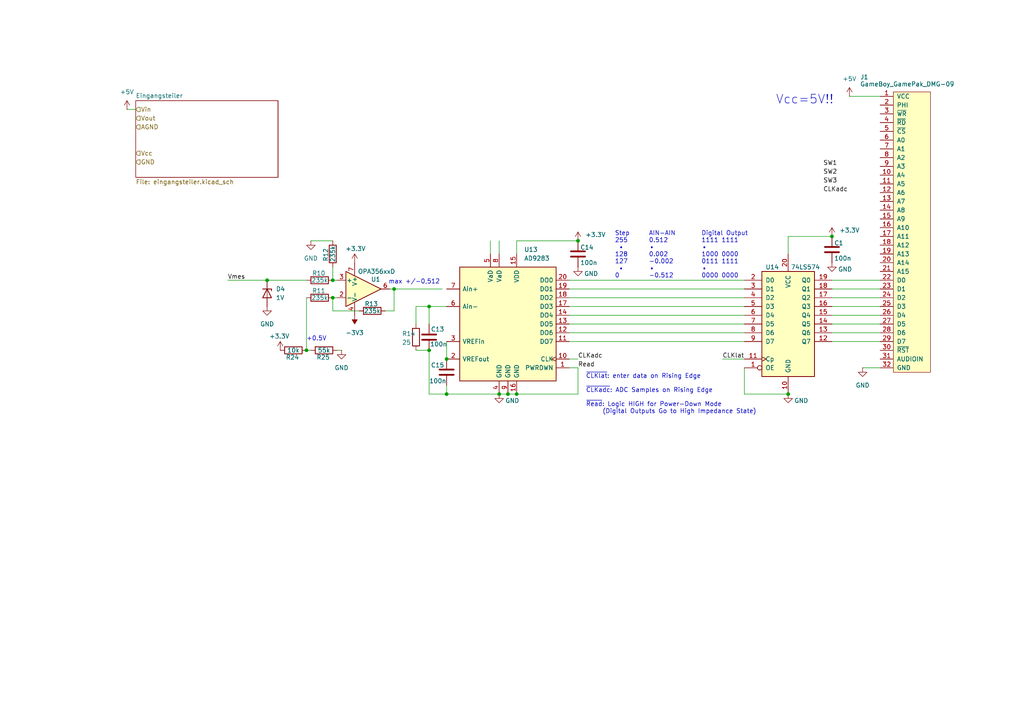
<source format=kicad_sch>
(kicad_sch (version 20250114) (generator "eeschema") (generator_version "9.0")
  (paper "A4")
  (lib_symbols
    (symbol "74xx:74LS574" (pin_names (offset 1.016))
      (property "Reference" "U" (at -7.62 16.51 0))
      (property "Value" "74LS574" (at -7.62 -16.51 0))
      (symbol "74LS574_1_0"
        (pin input line (at -12.7 12.7 0) (length 5.08) (name "D0") (number "2"))
        (pin input line (at -12.7 10.16 0) (length 5.08) (name "D1") (number "3"))
        (pin input line (at -12.7 7.62 0) (length 5.08) (name "D2") (number "4"))
        (pin input line (at -12.7 5.08 0) (length 5.08) (name "D3") (number "5"))
        (pin input line (at -12.7 2.54 0) (length 5.08) (name "D4") (number "6"))
        (pin input line (at -12.7 0 0) (length 5.08) (name "D5") (number "7"))
        (pin input line (at -12.7 -2.54 0) (length 5.08) (name "D6") (number "8"))
        (pin input line (at -12.7 -5.08 0) (length 5.08) (name "D7") (number "9"))
        (pin input clock (at -12.7 -10.16 0) (length 5.08) (name "Cp") (number "11"))
        (pin input inverted (at -12.7 -12.7 0) (length 5.08) (name "OE") (number "1"))
        (pin power_in line (at 0 20.32 270) (length 5.08) (name "VCC") (number "20"))
        (pin power_in line (at 0 -20.32 90) (length 5.08) (name "GND") (number "10"))
        (pin tri_state line (at 12.7 12.7 180) (length 5.08) (name "Q0") (number "19"))
        (pin tri_state line (at 12.7 10.16 180) (length 5.08) (name "Q1") (number "18"))
        (pin tri_state line (at 12.7 7.62 180) (length 5.08) (name "Q2") (number "17"))
        (pin tri_state line (at 12.7 5.08 180) (length 5.08) (name "Q3") (number "16"))
        (pin tri_state line (at 12.7 2.54 180) (length 5.08) (name "Q4") (number "15"))
        (pin tri_state line (at 12.7 0 180) (length 5.08) (name "Q5") (number "14"))
        (pin tri_state line (at 12.7 -2.54 180) (length 5.08) (name "Q6") (number "13"))
        (pin tri_state line (at 12.7 -5.08 180) (length 5.08) (name "Q7") (number "12"))
      )
      (symbol "74LS574_1_1"
        (rectangle (start -7.62 15.24) (end 7.62 -15.24) (stroke (width 0.254)) (fill (type background)))
      )
    )
    (symbol "Amplifier_Operational:OPA356xxD" (pin_names (offset 0.127))
      (property "Reference" "U" (at 0 6.35 0))
      (property "Value" "OPA356xxD" (at 0 3.81 0))
      (symbol "OPA356xxD_0_1"
        (polyline (pts (xy -5.08 5.08) (xy 5.08 0) (xy -5.08 -5.08) (xy -5.08 5.08)) (stroke (width 0.254)) (fill (type background)))
      )
      (symbol "OPA356xxD_1_1"
        (pin input line (at -7.62 2.54 0) (length 2.54) (name "+") (number "3"))
        (pin input line (at -7.62 -2.54 0) (length 2.54) (name "-") (number "2"))
        (pin power_in line (at -2.54 7.62 270) (length 3.81) (name "V+") (number "7"))
        (pin no_connect line (at -2.54 2.54 270) (length 2.54) (hide yes) (name "NC") (number "1"))
        (pin power_in line (at -2.54 -7.62 90) (length 3.81) (name "V-") (number "4"))
        (pin no_connect line (at 0 2.54 270) (length 2.54) (hide yes) (name "NC") (number "5"))
        (pin no_connect line (at 0 -2.54 90) (length 2.54) (hide yes) (name "NC") (number "8"))
        (pin output line (at 7.62 0 180) (length 2.54) (name "~") (number "6"))
      )
    )
    (symbol "Analog_ADC:AD9283" (pin_names (offset 0.762))
      (property "Reference" "U" (at -13.97 17.78 0))
      (property "Value" "AD9283" (at 6.35 17.78 0))
      (symbol "AD9283_0_1"
        (rectangle (start -13.97 16.51) (end 13.97 -16.51) (stroke (width 0.254)) (fill (type background)))
      )
      (symbol "AD9283_1_1"
        (pin input line (at -17.78 10.16 0) (length 3.81) (name "Ain+") (number "7"))
        (pin input line (at -17.78 5.08 0) (length 3.81) (name "Ain-") (number "6"))
        (pin input line (at -17.78 -5.08 0) (length 3.81) (name "VREFin") (number "3"))
        (pin input line (at -17.78 -10.16 0) (length 3.81) (name "VREFout") (number "2"))
        (pin power_in line (at -5.08 20.32 270) (length 3.81) (name "VaD") (number "5"))
        (pin power_in line (at -2.54 20.32 270) (length 3.81) (name "VaD") (number "8"))
        (pin power_in line (at -2.54 -20.32 90) (length 3.81) (name "GND") (number "4"))
        (pin power_in line (at 0 -20.32 90) (length 3.81) (name "GND") (number "9"))
        (pin power_in line (at 2.54 20.32 270) (length 3.81) (name "VDD") (number "15"))
        (pin power_in line (at 2.54 -20.32 90) (length 3.81) (name "GND") (number "16"))
        (pin output line (at 17.78 12.7 180) (length 3.81) (name "DO0") (number "20"))
        (pin output line (at 17.78 10.16 180) (length 3.81) (name "DO1") (number "19"))
        (pin output line (at 17.78 7.62 180) (length 3.81) (name "DO2") (number "18"))
        (pin output line (at 17.78 5.08 180) (length 3.81) (name "DO3") (number "17"))
        (pin output line (at 17.78 2.54 180) (length 3.81) (name "DO4") (number "14"))
        (pin output line (at 17.78 0 180) (length 3.81) (name "DO5") (number "13"))
        (pin output line (at 17.78 -2.54 180) (length 3.81) (name "DO6") (number "12"))
        (pin output line (at 17.78 -5.08 180) (length 3.81) (name "DO7") (number "11"))
        (pin input clock (at 17.78 -10.16 180) (length 3.81) (name "CLK") (number "10"))
        (pin input line (at 17.78 -12.7 180) (length 3.81) (name "PWRDWN") (number "1"))
      )
    )
    (symbol "Connector_GameBoy:GameBoy_GamePak_DMG-09" (pin_names (offset 1.016))
      (property "Reference" "J" (at -1.27 41.91 0))
      (property "Value" "GameBoy_GamePak_DMG-09" (at -4.445 -42.545 0))
      (symbol "GameBoy_GamePak_DMG-09_0_1"
        (rectangle (start 0 40.64) (end -10.795 -40.64) (fill (type background)))
      )
      (symbol "GameBoy_GamePak_DMG-09_1_1"
        (pin passive line (at 3.81 39.37 180) (length 3.81) (name "VCC") (number "1"))
        (pin passive line (at 3.81 36.83 180) (length 3.81) (name "PHI") (number "2"))
        (pin passive line (at 3.81 34.29 180) (length 3.81) (name "~{WR}") (number "3"))
        (pin passive line (at 3.81 31.75 180) (length 3.81) (name "~{RD}") (number "4"))
        (pin passive line (at 3.81 29.21 180) (length 3.81) (name "~{CS}") (number "5"))
        (pin passive line (at 3.81 26.67 180) (length 3.81) (name "A0") (number "6"))
        (pin passive line (at 3.81 24.13 180) (length 3.81) (name "A1") (number "7"))
        (pin passive line (at 3.81 21.59 180) (length 3.81) (name "A2") (number "8"))
        (pin passive line (at 3.81 19.05 180) (length 3.81) (name "A3") (number "9"))
        (pin passive line (at 3.81 16.51 180) (length 3.81) (name "A4") (number "10"))
        (pin passive line (at 3.81 13.97 180) (length 3.81) (name "A5") (number "11"))
        (pin passive line (at 3.81 11.43 180) (length 3.81) (name "A6") (number "12"))
        (pin passive line (at 3.81 8.89 180) (length 3.81) (name "A7") (number "13"))
        (pin passive line (at 3.81 6.35 180) (length 3.81) (name "A8") (number "14"))
        (pin passive line (at 3.81 3.81 180) (length 3.81) (name "A9") (number "15"))
        (pin passive line (at 3.81 1.27 180) (length 3.81) (name "A10") (number "16"))
        (pin passive line (at 3.81 -1.27 180) (length 3.81) (name "A11") (number "17"))
        (pin passive line (at 3.81 -3.81 180) (length 3.81) (name "A12") (number "18"))
        (pin passive line (at 3.81 -6.35 180) (length 3.81) (name "A13") (number "19"))
        (pin passive line (at 3.81 -8.89 180) (length 3.81) (name "A14") (number "20"))
        (pin passive line (at 3.81 -11.43 180) (length 3.81) (name "A15") (number "21"))
        (pin passive line (at 3.81 -13.97 180) (length 3.81) (name "D0") (number "22"))
        (pin passive line (at 3.81 -16.51 180) (length 3.81) (name "D1") (number "23"))
        (pin passive line (at 3.81 -19.05 180) (length 3.81) (name "D2") (number "24"))
        (pin passive line (at 3.81 -21.59 180) (length 3.81) (name "D3") (number "25"))
        (pin passive line (at 3.81 -24.13 180) (length 3.81) (name "D4") (number "26"))
        (pin passive line (at 3.81 -26.67 180) (length 3.81) (name "D5") (number "27"))
        (pin passive line (at 3.81 -29.21 180) (length 3.81) (name "D6") (number "28"))
        (pin passive line (at 3.81 -31.75 180) (length 3.81) (name "D7") (number "29"))
        (pin passive line (at 3.81 -34.29 180) (length 3.81) (name "~{RST}") (number "30"))
        (pin passive line (at 3.81 -36.83 180) (length 3.81) (name "AUDIOIN") (number "31"))
        (pin passive line (at 3.81 -39.37 180) (length 3.81) (name "GND") (number "32"))
      )
    )
    (symbol "Device:C" (pin_numbers (hide yes)) (pin_names (offset 0.254))
      (property "Reference" "C" (at 0.635 2.54 0))
      (property "Value" "C" (at 0.635 -2.54 0))
      (symbol "C_0_1"
        (polyline (pts (xy -2.032 0.762) (xy 2.032 0.762)) (stroke (width 0.508)))
        (polyline (pts (xy -2.032 -0.762) (xy 2.032 -0.762)) (stroke (width 0.508)))
      )
      (symbol "C_1_1"
        (pin passive line (at 0 3.81 270) (length 2.794) (name "~") (number "1"))
        (pin passive line (at 0 -3.81 90) (length 2.794) (name "~") (number "2"))
      )
    )
    (symbol "Device:D_Zener" (pin_numbers (hide yes)) (pin_names (offset 1.016) (hide yes))
      (property "Reference" "D" (at 0 2.54 0))
      (property "Value" "D_Zener" (at 0 -2.54 0))
      (symbol "D_Zener_0_1"
        (polyline (pts (xy -1.27 -1.27) (xy -1.27 1.27) (xy -0.762 1.27)) (stroke (width 0.254)))
        (polyline (pts (xy 1.27 0) (xy -1.27 0)))
        (polyline (pts (xy 1.27 -1.27) (xy 1.27 1.27) (xy -1.27 0) (xy 1.27 -1.27)) (stroke (width 0.254)))
      )
      (symbol "D_Zener_1_1"
        (pin passive line (at -3.81 0 0) (length 2.54) (name "K") (number "1"))
        (pin passive line (at 3.81 0 180) (length 2.54) (name "A") (number "2"))
      )
    )
    (symbol "Device:R" (pin_numbers (hide yes)) (pin_names (offset 0))
      (property "Reference" "R" (at 2.032 0 90))
      (property "Value" "R" (at 0 0 90))
      (symbol "R_0_1"
        (rectangle (start -1.016 -2.54) (end 1.016 2.54) (stroke (width 0.254)))
      )
      (symbol "R_1_1"
        (pin passive line (at 0 3.81 270) (length 1.27) (name "~") (number "1"))
        (pin passive line (at 0 -3.81 90) (length 1.27) (name "~") (number "2"))
      )
    )
    (symbol "power:+3.3V" (power) (pin_numbers (hide yes)) (pin_names (offset 0) (hide yes))
      (property "Value" "+3.3V" (at 0 3.556 0))
      (symbol "+3.3V_0_1"
        (polyline (pts (xy -0.762 1.27) (xy 0 2.54)))
        (polyline (pts (xy 0 2.54) (xy 0.762 1.27)))
        (polyline (pts (xy 0 0) (xy 0 2.54)))
      )
      (symbol "+3.3V_1_1"
        (pin power_in line (at 0 0 90) (length 0) (name "~") (number "1"))
      )
    )
    (symbol "power:+5V" (power) (pin_numbers (hide yes)) (pin_names (offset 0) (hide yes))
      (property "Value" "+5V" (at 0 3.556 0))
      (symbol "+5V_0_1"
        (polyline (pts (xy -0.762 1.27) (xy 0 2.54)))
        (polyline (pts (xy 0 2.54) (xy 0.762 1.27)))
        (polyline (pts (xy 0 0) (xy 0 2.54)))
      )
      (symbol "+5V_1_1"
        (pin power_in line (at 0 0 90) (length 0) (name "~") (number "1"))
      )
    )
    (symbol "power:-3V3" (power) (pin_numbers (hide yes)) (pin_names (offset 0) (hide yes))
      (property "Value" "-3V3" (at 0 3.556 0))
      (symbol "-3V3_0_0"
        (pin power_in line (at 0 0 90) (length 0) (name "~") (number "1"))
      )
      (symbol "-3V3_0_1"
        (polyline (pts (xy 0 0) (xy 0 1.27) (xy 0.762 1.27) (xy 0 2.54) (xy -0.762 1.27) (xy 0 1.27)) (fill (type outline)))
      )
    )
    (symbol "power:GND" (power) (pin_numbers (hide yes)) (pin_names (offset 0) (hide yes))
      (property "Value" "GND" (at 0 -3.81 0))
      (symbol "GND_0_1"
        (polyline (pts (xy 0 0) (xy 0 -1.27) (xy 1.27 -1.27) (xy 0 -2.54) (xy -1.27 -1.27) (xy 0 -1.27)))
      )
      (symbol "GND_1_1"
        (pin power_in line (at 0 0 270) (length 0) (name "~") (number "1"))
      )
    )
  )
  (text "~{CLKlat}: enter data on Rising Edge\n\n~{CLKadc}: ADC Samples on Rising Edge\n\n~{Read}: Logic HIGH for Power-Down Mode \n	(Digital Outputs Go to High Impedance State)" (at 169.926 114.3 0) (effects (font (size 1.27 1.27)) (justify left)))
  (text "max +/-0,512" (at 120.142 81.788 0) (effects (font (size 1.27 1.27))))
  (text "Step	AIN-AIN 	Digital Output\n255 	0.512 		1111 1111\n • 		•			•\n128 	0.002 		1000 0000\n127 	-0.002 		0111 1111\n • 		•			•\n0 		-0.512 		0000 0000" (at 178.308 73.914 0) (effects (font (size 1.27 1.27)) (justify left)))
  (text "Vcc=5V!!" (at 233.426 28.956 0) (effects (font (size 2.54 2.54))))
  (text "+0.5V" (at 94.742 98.298 0) (effects (font (size 1.27 1.27)) (justify right)))
  (junction (at 144.78 114.3))
  (junction (at 114.3 83.82))
  (junction (at 124.46 88.9))
  (junction (at 88.9 101.6))
  (junction (at 241.3 68.58))
  (junction (at 96.52 86.36))
  (junction (at 124.46 101.6))
  (junction (at 77.47 81.28))
  (junction (at 149.86 114.3))
  (junction (at 167.64 69.85))
  (junction (at 228.6 114.3))
  (junction (at 96.52 81.28))
  (junction (at 129.54 104.14))
  (junction (at 129.54 114.3))
  (junction (at 147.32 114.3))
  (wire (pts (xy 114.3 83.82) (xy 113.03 83.82)))
  (wire (pts (xy 165.1 88.9) (xy 215.9 88.9)))
  (wire (pts (xy 241.3 96.52) (xy 255.27 96.52)))
  (wire (pts (xy 167.64 104.14) (xy 165.1 104.14)))
  (wire (pts (xy 88.9 86.36) (xy 88.9 101.6)))
  (wire (pts (xy 97.79 81.28) (xy 96.52 81.28)))
  (wire (pts (xy 165.1 83.82) (xy 215.9 83.82)))
  (wire (pts (xy 241.3 99.06) (xy 255.27 99.06)))
  (wire (pts (xy 250.19 106.68) (xy 255.27 106.68)))
  (wire (pts (xy 246.38 27.94) (xy 255.27 27.94)))
  (wire (pts (xy 111.76 90.17) (xy 114.3 90.17)))
  (wire (pts (xy 144.78 114.3) (xy 147.32 114.3)))
  (wire (pts (xy 66.04 81.28) (xy 77.47 81.28)))
  (wire (pts (xy 165.1 96.52) (xy 215.9 96.52)))
  (wire (pts (xy 114.3 83.82) (xy 128.27 83.82)))
  (wire (pts (xy 167.64 69.85) (xy 149.86 69.85)))
  (wire (pts (xy 149.86 69.85) (xy 149.86 73.66)))
  (wire (pts (xy 241.3 81.28) (xy 255.27 81.28)))
  (wire (pts (xy 165.1 91.44) (xy 215.9 91.44)))
  (wire (pts (xy 241.3 88.9) (xy 255.27 88.9)))
  (wire (pts (xy 114.3 90.17) (xy 114.3 83.82)))
  (wire (pts (xy 142.24 69.85) (xy 142.24 73.66)))
  (wire (pts (xy 209.55 104.14) (xy 215.9 104.14)))
  (wire (pts (xy 129.54 114.3) (xy 144.78 114.3)))
  (wire (pts (xy 228.6 68.58) (xy 228.6 73.66)))
  (wire (pts (xy 165.1 86.36) (xy 215.9 86.36)))
  (wire (pts (xy 120.65 101.6) (xy 124.46 101.6)))
  (wire (pts (xy 90.17 69.85) (xy 96.52 69.85)))
  (wire (pts (xy 144.78 69.85) (xy 144.78 73.66)))
  (wire (pts (xy 77.47 81.28) (xy 88.9 81.28)))
  (wire (pts (xy 241.3 83.82) (xy 255.27 83.82)))
  (wire (pts (xy 215.9 114.3) (xy 228.6 114.3)))
  (wire (pts (xy 165.1 99.06) (xy 215.9 99.06)))
  (wire (pts (xy 241.3 93.98) (xy 255.27 93.98)))
  (wire (pts (xy 36.83 31.75) (xy 39.37 31.75)))
  (wire (pts (xy 215.9 106.68) (xy 215.9 114.3)))
  (wire (pts (xy 124.46 114.3) (xy 129.54 114.3)))
  (wire (pts (xy 96.52 86.36) (xy 96.52 90.17)))
  (wire (pts (xy 167.64 106.68) (xy 165.1 106.68)))
  (wire (pts (xy 129.54 111.76) (xy 129.54 114.3)))
  (wire (pts (xy 241.3 91.44) (xy 255.27 91.44)))
  (wire (pts (xy 167.64 114.3) (xy 149.86 114.3)))
  (wire (pts (xy 120.65 88.9) (xy 124.46 88.9)))
  (wire (pts (xy 96.52 81.28) (xy 96.52 77.47)))
  (wire (pts (xy 120.65 93.98) (xy 120.65 88.9)))
  (wire (pts (xy 167.64 106.68) (xy 167.64 114.3)))
  (wire (pts (xy 129.54 99.06) (xy 129.54 104.14)))
  (wire (pts (xy 124.46 93.98) (xy 124.46 88.9)))
  (wire (pts (xy 99.06 101.6) (xy 97.79 101.6)))
  (wire (pts (xy 147.32 114.3) (xy 149.86 114.3)))
  (wire (pts (xy 124.46 88.9) (xy 129.54 88.9)))
  (wire (pts (xy 96.52 90.17) (xy 104.14 90.17)))
  (wire (pts (xy 165.1 93.98) (xy 215.9 93.98)))
  (wire (pts (xy 96.52 86.36) (xy 97.79 86.36)))
  (wire (pts (xy 90.17 101.6) (xy 88.9 101.6)))
  (wire (pts (xy 165.1 81.28) (xy 215.9 81.28)))
  (wire (pts (xy 241.3 86.36) (xy 255.27 86.36)))
  (wire (pts (xy 241.3 68.58) (xy 228.6 68.58)))
  (wire (pts (xy 124.46 101.6) (xy 124.46 114.3)))
  (label "CLKlat" (at 209.55 104.14 0))
  (label "CLKadc" (at 238.76 55.88 0))
  (label "SW2" (at 238.76 50.8 0))
  (label "SW3" (at 238.76 53.34 0))
  (label "CLKadc" (at 167.64 104.14 0))
  (label "Read" (at 167.64 106.68 0))
  (label "SW1" (at 238.76 48.26 0))
  (label "Vmes" (at 66.04 81.28 0))
  (hierarchical_label "Vcc" (shape input) (at 39.37 44.45 0))
  (hierarchical_label "Vin" (shape input) (at 39.37 31.75 0))
  (hierarchical_label "Vout" (shape input) (at 39.37 34.29 0))
  (hierarchical_label "GND" (shape input) (at 39.37 46.99 0))
  (hierarchical_label "AGND" (shape input) (at 39.37 36.83 0))
  (symbol (lib_id "power:+5V") (at 36.83 31.75 0) (mirror y) (unit 1)
    (property "Reference" "#PWR07" (effects (hide yes)))
    (property "Value" "+5V" (at 36.83 26.67 0))
    (property "Description" "Power symbol creates a global label with name \"+5V\"" (effects (hide yes)))
  )
  (symbol (lib_id "power:GND") (at 144.78 114.3 0) (unit 1)
    (property "Reference" "#PWR027" (effects (hide yes)))
    (property "Value" "GND" (at 148.59 116.205 0))
  )
  (symbol (lib_id "power:GND") (at 90.17 69.85 0) (mirror y) (unit 1)
    (property "Reference" "#PWR020" (effects (hide yes)))
    (property "Value" "GND" (at 90.17 74.93 0))
    (property "Description" "Power symbol creates a global label with name \"GND\" , ground" (effects (hide yes)))
  )
  (symbol (lib_id "Device:R") (at 85.09 101.6 90) (unit 1)
    (property "Reference" "R24" (at 84.836 103.632 90))
    (property "Value" "10k" (at 85.09 101.6 90))
    (property "Footprint" "Resistor_SMD:R_0805_2012Metric_Pad1.20x1.40mm_HandSolder" (effects (hide yes)))
    (property "Description" "Resistor" (effects (hide yes)))
  )
  (symbol (lib_id "74xx:74LS574") (at 228.6 93.98 0) (unit 1)
    (property "Reference" "U14" (at 221.996 77.47 0) (effects (justify left)))
    (property "Value" "74LS574" (at 229.362 77.47 0) (effects (justify left)))
    (property "Footprint" "Package_SO:SOIC-20W_7.5x15.4mm_P1.27mm" (effects (hide yes)))
    (property "Datasheet" "https://www.ti.com/lit/ds/symlink/sn74als574b.pdf?ts=1755869312136&ref_url=https%253A%252F%252Fwww.ti.com%252Fproduct%252FSN74ALS574B%252Fpart-details%252FSN74ALS574BN" (effects (hide yes)))
    (property "Description" "8-bit Register, 3-state outputs" (effects (hide yes)))
  )
  (symbol (lib_id "Device:R") (at 92.71 86.36 90) (mirror x) (unit 1)
    (property "Reference" "R11" (at 92.456 84.328 90))
    (property "Value" "235k" (at 92.71 86.36 90))
    (property "Footprint" "Resistor_SMD:R_0805_2012Metric_Pad1.20x1.40mm_HandSolder" (effects (hide yes)))
    (property "Description" "Resistor" (effects (hide yes)))
  )
  (symbol (lib_id "Analog_ADC:AD9283") (at 147.32 93.98 0) (unit 1)
    (property "Reference" "U13" (at 152.0033 72.39 0) (effects (justify left)))
    (property "Value" "AD9283" (at 152.0033 74.93 0) (effects (justify left)))
    (property "Footprint" "Package_SO:SSOP-20_5.3x7.2mm_P0.65mm" (effects (hide yes)))
    (property "Datasheet" "https://www.analog.com/media/en/technical-documentation/data-sheets/AD9283.pdf" (effects (hide yes)))
    (property "Description" "ADC 50MHz 8 bits, SSOP-20" (effects (hide yes)))
    (property "LCSC" "C653448" (effects (hide yes)))
  )
  (symbol (lib_id "power:GND") (at 250.19 106.68 0) (mirror y) (unit 1)
    (property "Reference" "#PWR02" (effects (hide yes)))
    (property "Value" "GND" (at 250.19 111.76 0))
    (property "Description" "Power symbol creates a global label with name \"GND\" , ground" (effects (hide yes)))
  )
  (symbol (lib_id "Device:R") (at 92.71 81.28 90) (mirror x) (unit 1)
    (property "Reference" "R10" (at 92.456 79.248 90))
    (property "Value" "235k" (at 92.71 81.28 90))
    (property "Footprint" "Resistor_SMD:R_0805_2012Metric_Pad1.20x1.40mm_HandSolder" (effects (hide yes)))
    (property "Description" "Resistor" (effects (hide yes)))
  )
  (symbol (lib_id "Device:D_Zener") (at 77.47 85.09 270) (unit 1)
    (property "Reference" "D4" (at 80.01 83.8199 90) (effects (justify left)))
    (property "Value" "1V" (at 80.01 86.3599 90) (effects (justify left)))
    (property "Footprint" "Diode_SMD:D_SOD-123F" (effects (hide yes)))
    (property "Description" "Zener diode" (effects (hide yes)))
  )
  (symbol (lib_id "Device:R") (at 96.52 73.66 0) (mirror x) (unit 1)
    (property "Reference" "R12" (at 94.488 73.914 90))
    (property "Value" "235k" (at 96.52 73.66 90))
    (property "Footprint" "Resistor_SMD:R_0805_2012Metric_Pad1.20x1.40mm_HandSolder" (effects (hide yes)))
    (property "Description" "Resistor" (effects (hide yes)))
  )
  (symbol (lib_id "power:+3.3V") (at 102.87 76.2 0) (mirror y) (unit 1)
    (property "Reference" "#PWR018" (effects (hide yes)))
    (property "Value" "+3.3V" (at 103.124 72.136 0))
    (property "Description" "Power symbol creates a global label with name \"+3.3V\"" (effects (hide yes)))
  )
  (symbol (lib_id "Connector_GameBoy:GameBoy_GamePak_DMG-09") (at 259.08 67.31 0) (mirror y) (unit 1)
    (property "Reference" "J1" (at 250.698 22.352 0))
    (property "Value" "GameBoy_GamePak_DMG-09" (at 263.144 24.384 0))
    (property "Footprint" "Connector_GameBoy:GameBoy_GamePak_DMG-09_P1.50mm_Edge" (effects (hide yes)))
    (property "Description" "Game Boy Game Pak edge connector" (effects (hide yes)))
  )
  (symbol (lib_id "Device:C") (at 241.3 72.39 0) (unit 1)
    (property "Reference" "C1" (at 241.935 70.485 0) (effects (justify left)))
    (property "Value" "100n" (at 241.935 74.93 0) (effects (justify left)))
    (property "Footprint" "Capacitor_SMD:C_0603_1608Metric" (effects (hide yes)))
    (property "Description" "25V" (effects (hide yes)))
    (property "LCSC" "C69335" (effects (hide yes)))
    (property "SOURCED" "ok" (effects (hide yes)))
  )
  (symbol (lib_id "Amplifier_Operational:OPA356xxD") (at 105.41 83.82 0) (unit 1)
    (property "Reference" "U1" (at 108.966 81.026 0))
    (property "Value" "OPA356xxD" (at 109.22 78.74 0))
    (property "Footprint" "Package_SO:SOIC-8_3.9x4.9mm_P1.27mm" (effects (hide yes)))
    (property "Datasheet" "http://www.ti.com/lit/ds/symlink/opa356.pdf" (effects (hide yes)))
    (property "Description" "Single High Speed CMOS Operational Amplifier, SOIC-8" (effects (hide yes)))
  )
  (symbol (lib_id "power:GND") (at 241.3 76.2 0) (unit 1)
    (property "Reference" "#PWR04" (effects (hide yes)))
    (property "Value" "GND" (at 245.11 78.105 0))
  )
  (symbol (lib_id "power:GND") (at 228.6 114.3 0) (unit 1)
    (property "Reference" "#PWR05" (effects (hide yes)))
    (property "Value" "GND" (at 232.41 116.205 0))
  )
  (symbol (lib_id "Device:C") (at 129.54 107.95 0) (unit 1)
    (property "Reference" "C15" (at 124.968 105.918 0) (effects (justify left)))
    (property "Value" "100n" (at 124.46 110.49 0) (effects (justify left)))
    (property "Footprint" "Capacitor_SMD:C_0603_1608Metric" (effects (hide yes)))
    (property "Description" "25V" (effects (hide yes)))
    (property "LCSC" "C69335" (effects (hide yes)))
    (property "SOURCED" "ok" (effects (hide yes)))
  )
  (symbol (lib_id "Device:R") (at 120.65 97.79 0) (unit 1)
    (property "Reference" "R14" (at 116.586 96.774 0) (effects (justify left)))
    (property "Value" "25" (at 116.586 99.314 0) (effects (justify left)))
    (property "Footprint" "Resistor_SMD:R_0805_2012Metric_Pad1.20x1.40mm_HandSolder" (effects (hide yes)))
    (property "Description" "Resistor" (effects (hide yes)))
  )
  (symbol (lib_id "power:-3V3") (at 102.87 91.44 0) (mirror x) (unit 1)
    (property "Reference" "#PWR019" (effects (hide yes)))
    (property "Value" "-3V3" (at 102.87 96.52 0))
    (property "Description" "Power symbol creates a global label with name \"-3V3\"" (effects (hide yes)))
  )
  (symbol (lib_id "Device:R") (at 107.95 90.17 90) (mirror x) (unit 1)
    (property "Reference" "R13" (at 107.696 88.138 90))
    (property "Value" "235k" (at 107.95 90.17 90))
    (property "Footprint" "Resistor_SMD:R_0805_2012Metric_Pad1.20x1.40mm_HandSolder" (effects (hide yes)))
    (property "Description" "Resistor" (effects (hide yes)))
  )
  (symbol (lib_id "power:+3.3V") (at 81.28 101.6 0) (unit 1)
    (property "Reference" "#PWR024" (effects (hide yes)))
    (property "Value" "+3.3V" (at 81.026 97.536 0))
    (property "Description" "Power symbol creates a global label with name \"+3.3V\"" (effects (hide yes)))
  )
  (symbol (lib_id "power:GND") (at 99.06 101.6 0) (unit 1)
    (property "Reference" "#PWR025" (effects (hide yes)))
    (property "Value" "GND" (at 99.06 106.68 0))
    (property "Description" "Power symbol creates a global label with name \"GND\" , ground" (effects (hide yes)))
  )
  (symbol (lib_id "power:+3.3V") (at 167.64 69.85 0) (unit 1)
    (property "Reference" "#PWR08" (effects (hide yes)))
    (property "Value" "+3.3V" (at 172.72 68.072 0))
    (property "Description" "Power symbol creates a global label with name \"+3.3V\"" (effects (hide yes)))
  )
  (symbol (lib_id "Device:R") (at 93.98 101.6 90) (unit 1)
    (property "Reference" "R25" (at 93.726 103.632 90))
    (property "Value" "55k" (at 93.98 101.6 90))
    (property "Footprint" "Resistor_SMD:R_0805_2012Metric_Pad1.20x1.40mm_HandSolder" (effects (hide yes)))
    (property "Description" "Resistor" (effects (hide yes)))
  )
  (symbol (lib_id "power:+3.3V") (at 241.3 68.58 0) (unit 1)
    (property "Reference" "#PWR03" (effects (hide yes)))
    (property "Value" "+3.3V" (at 246.38 66.802 0))
    (property "Description" "Power symbol creates a global label with name \"+3.3V\"" (effects (hide yes)))
  )
  (symbol (lib_id "power:GND") (at 167.64 77.47 0) (unit 1)
    (property "Reference" "#PWR026" (effects (hide yes)))
    (property "Value" "GND" (at 171.45 79.375 0))
  )
  (symbol (lib_id "power:+5V") (at 246.38 27.94 0) (mirror y) (unit 1)
    (property "Reference" "#PWR01" (effects (hide yes)))
    (property "Value" "+5V" (at 246.38 22.86 0))
    (property "Description" "Power symbol creates a global label with name \"+5V\"" (effects (hide yes)))
  )
  (symbol (lib_id "power:GND") (at 77.47 88.9 0) (unit 1)
    (property "Reference" "#PWR021" (effects (hide yes)))
    (property "Value" "GND" (at 77.47 93.98 0))
    (property "Description" "Power symbol creates a global label with name \"GND\" , ground" (effects (hide yes)))
  )
  (symbol (lib_id "Device:C") (at 167.64 73.66 0) (unit 1)
    (property "Reference" "C14" (at 168.275 71.755 0) (effects (justify left)))
    (property "Value" "100n" (at 168.275 76.2 0) (effects (justify left)))
    (property "Footprint" "Capacitor_SMD:C_0603_1608Metric" (effects (hide yes)))
    (property "Description" "25V" (effects (hide yes)))
    (property "LCSC" "C69335" (effects (hide yes)))
    (property "SOURCED" "ok" (effects (hide yes)))
  )
  (symbol (lib_id "Device:C") (at 124.46 97.79 0) (unit 1)
    (property "Reference" "C13" (at 124.968 95.504 0) (effects (justify left)))
    (property "Value" "100n" (at 124.714 99.822 0) (effects (justify left)))
    (property "Footprint" "Capacitor_SMD:C_0603_1608Metric" (effects (hide yes)))
    (property "Description" "25V" (effects (hide yes)))
    (property "LCSC" "C69335" (effects (hide yes)))
    (property "SOURCED" "ok" (effects (hide yes)))
  )
  (sheet (at 39.37 29.21) (size 41.275 22.225) (stroke (width 0.1524))
    (property "Sheetname" "Eingangsteiler" (at 39.37 28.4984 0) (effects (justify left bottom)))
    (property "Sheetfile" "eingangsteiler.kicad_sch" (at 39.37 52.0196 0) (effects (justify left top)))
  )
)
</source>
